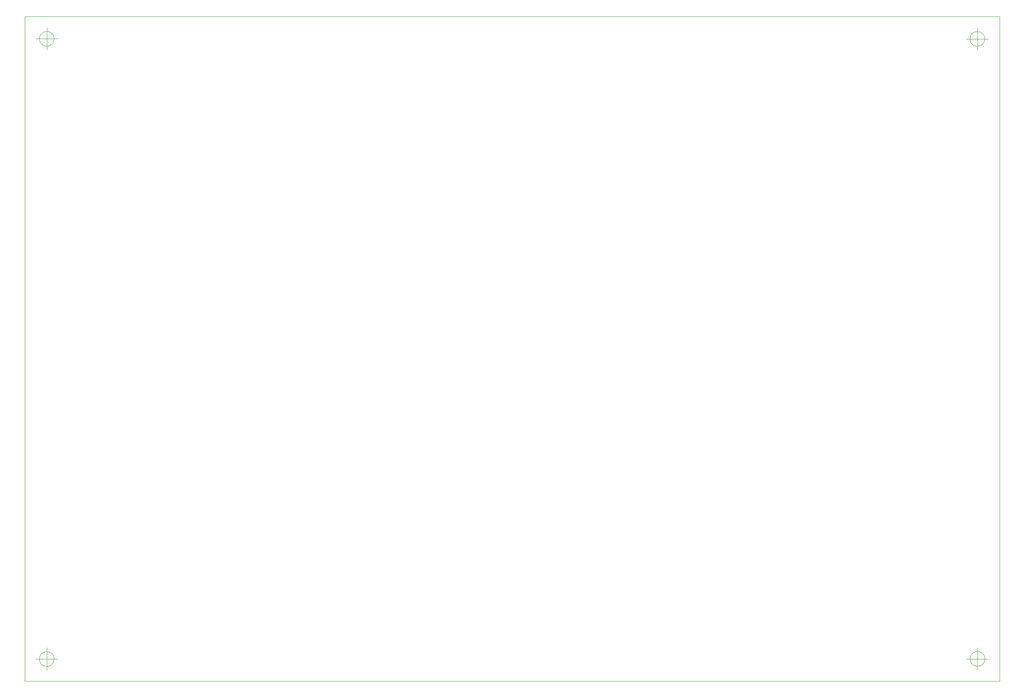
<source format=gbr>
%TF.GenerationSoftware,KiCad,Pcbnew,(6.0.7)*%
%TF.CreationDate,2023-04-20T18:01:57-06:00*%
%TF.ProjectId,backplane,6261636b-706c-4616-9e65-2e6b69636164,rev?*%
%TF.SameCoordinates,Original*%
%TF.FileFunction,Profile,NP*%
%FSLAX46Y46*%
G04 Gerber Fmt 4.6, Leading zero omitted, Abs format (unit mm)*
G04 Created by KiCad (PCBNEW (6.0.7)) date 2023-04-20 18:01:57*
%MOMM*%
%LPD*%
G01*
G04 APERTURE LIST*
%TA.AperFunction,Profile*%
%ADD10C,0.100000*%
%TD*%
G04 APERTURE END LIST*
D10*
X516566666Y-97875000D02*
G75*
G03*
X516566666Y-97875000I-1666666J0D01*
G01*
X512400000Y-97875000D02*
X517400000Y-97875000D01*
X514900000Y-95375000D02*
X514900000Y-100375000D01*
X299925000Y-92850000D02*
X519925000Y-92850000D01*
X519925000Y-92850000D02*
X519925000Y-242850000D01*
X519925000Y-242850000D02*
X299925000Y-242850000D01*
X299925000Y-242850000D02*
X299925000Y-92850000D01*
X306591666Y-97850000D02*
G75*
G03*
X306591666Y-97850000I-1666666J0D01*
G01*
X302425000Y-97850000D02*
X307425000Y-97850000D01*
X304925000Y-95350000D02*
X304925000Y-100350000D01*
X306591666Y-237850000D02*
G75*
G03*
X306591666Y-237850000I-1666666J0D01*
G01*
X302425000Y-237850000D02*
X307425000Y-237850000D01*
X304925000Y-235350000D02*
X304925000Y-240350000D01*
X516591666Y-237825000D02*
G75*
G03*
X516591666Y-237825000I-1666666J0D01*
G01*
X512425000Y-237825000D02*
X517425000Y-237825000D01*
X514925000Y-235325000D02*
X514925000Y-240325000D01*
M02*

</source>
